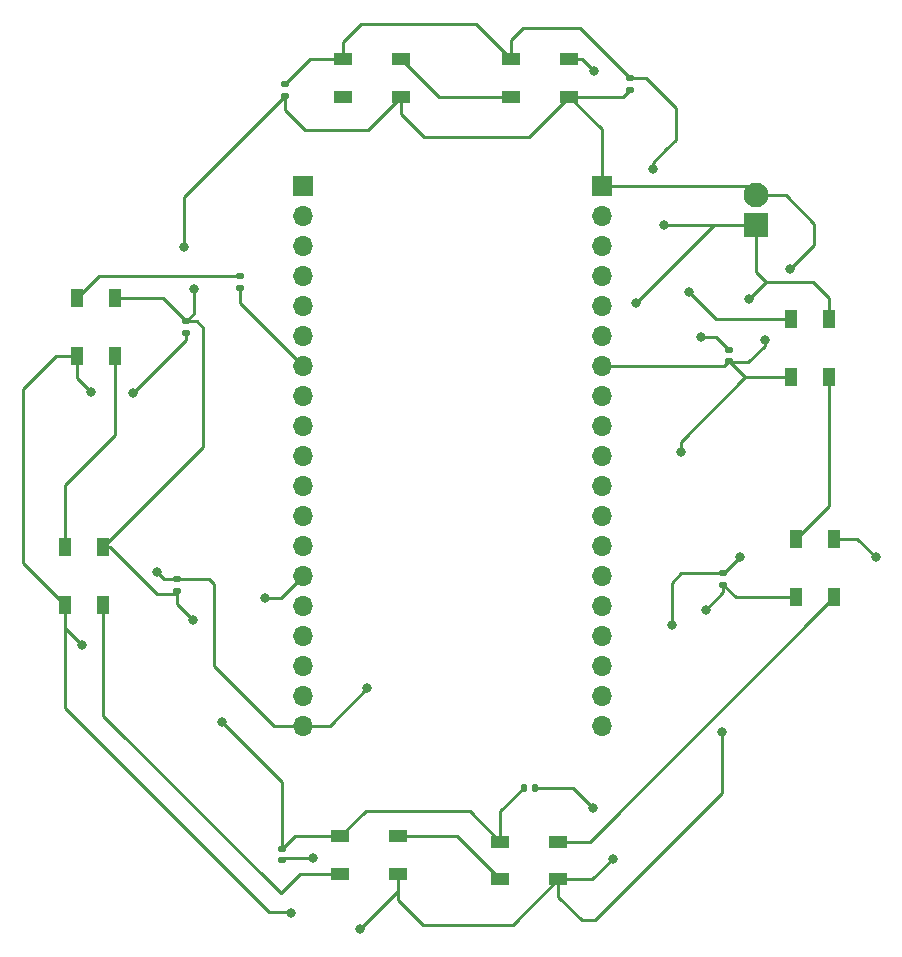
<source format=gtl>
G04 #@! TF.GenerationSoftware,KiCad,Pcbnew,(6.0.8-1)-1*
G04 #@! TF.CreationDate,2023-08-07T08:14:13+01:00*
G04 #@! TF.ProjectId,LED LAMP,4c454420-4c41-44d5-902e-6b696361645f,rev?*
G04 #@! TF.SameCoordinates,Original*
G04 #@! TF.FileFunction,Copper,L1,Top*
G04 #@! TF.FilePolarity,Positive*
%FSLAX46Y46*%
G04 Gerber Fmt 4.6, Leading zero omitted, Abs format (unit mm)*
G04 Created by KiCad (PCBNEW (6.0.8-1)-1) date 2023-08-07 08:14:13*
%MOMM*%
%LPD*%
G01*
G04 APERTURE LIST*
G04 Aperture macros list*
%AMRoundRect*
0 Rectangle with rounded corners*
0 $1 Rounding radius*
0 $2 $3 $4 $5 $6 $7 $8 $9 X,Y pos of 4 corners*
0 Add a 4 corners polygon primitive as box body*
4,1,4,$2,$3,$4,$5,$6,$7,$8,$9,$2,$3,0*
0 Add four circle primitives for the rounded corners*
1,1,$1+$1,$2,$3*
1,1,$1+$1,$4,$5*
1,1,$1+$1,$6,$7*
1,1,$1+$1,$8,$9*
0 Add four rect primitives between the rounded corners*
20,1,$1+$1,$2,$3,$4,$5,0*
20,1,$1+$1,$4,$5,$6,$7,0*
20,1,$1+$1,$6,$7,$8,$9,0*
20,1,$1+$1,$8,$9,$2,$3,0*%
G04 Aperture macros list end*
G04 #@! TA.AperFunction,SMDPad,CuDef*
%ADD10R,1.500000X1.000000*%
G04 #@! TD*
G04 #@! TA.AperFunction,ComponentPad*
%ADD11R,1.700000X1.700000*%
G04 #@! TD*
G04 #@! TA.AperFunction,ComponentPad*
%ADD12O,1.700000X1.700000*%
G04 #@! TD*
G04 #@! TA.AperFunction,SMDPad,CuDef*
%ADD13RoundRect,0.140000X0.170000X-0.140000X0.170000X0.140000X-0.170000X0.140000X-0.170000X-0.140000X0*%
G04 #@! TD*
G04 #@! TA.AperFunction,SMDPad,CuDef*
%ADD14RoundRect,0.140000X0.140000X0.170000X-0.140000X0.170000X-0.140000X-0.170000X0.140000X-0.170000X0*%
G04 #@! TD*
G04 #@! TA.AperFunction,SMDPad,CuDef*
%ADD15RoundRect,0.140000X-0.170000X0.140000X-0.170000X-0.140000X0.170000X-0.140000X0.170000X0.140000X0*%
G04 #@! TD*
G04 #@! TA.AperFunction,ComponentPad*
%ADD16R,2.100000X2.100000*%
G04 #@! TD*
G04 #@! TA.AperFunction,ComponentPad*
%ADD17C,2.100000*%
G04 #@! TD*
G04 #@! TA.AperFunction,SMDPad,CuDef*
%ADD18RoundRect,0.135000X0.185000X-0.135000X0.185000X0.135000X-0.185000X0.135000X-0.185000X-0.135000X0*%
G04 #@! TD*
G04 #@! TA.AperFunction,SMDPad,CuDef*
%ADD19R,1.000000X1.500000*%
G04 #@! TD*
G04 #@! TA.AperFunction,ViaPad*
%ADD20C,0.800000*%
G04 #@! TD*
G04 #@! TA.AperFunction,Conductor*
%ADD21C,0.254000*%
G04 #@! TD*
G04 APERTURE END LIST*
D10*
X209968000Y-21412000D03*
X209968000Y-18212000D03*
X205068000Y-18212000D03*
X205068000Y-21412000D03*
D11*
X226942200Y-28949200D03*
D12*
X226942200Y-31489200D03*
X226942200Y-34029200D03*
X226942200Y-36569200D03*
X226942200Y-39109200D03*
X226942200Y-41649200D03*
X226942200Y-44189200D03*
X226942200Y-46729200D03*
X226942200Y-49269200D03*
X226942200Y-51809200D03*
X226942200Y-54349200D03*
X226942200Y-56889200D03*
X226942200Y-59429200D03*
X226942200Y-61969200D03*
X226942200Y-64509200D03*
X226942200Y-67049200D03*
X226942200Y-69589200D03*
X226942200Y-72129200D03*
X226942200Y-74669200D03*
D13*
X191770000Y-41374000D03*
X191770000Y-40414000D03*
D14*
X221330400Y-79908400D03*
X220370400Y-79908400D03*
D15*
X237236000Y-61750000D03*
X237236000Y-62710000D03*
X200152000Y-20348000D03*
X200152000Y-21308000D03*
D16*
X240030000Y-32258000D03*
D17*
X240030000Y-29718000D03*
D18*
X196342000Y-37594000D03*
X196342000Y-36574000D03*
D15*
X237744000Y-42801600D03*
X237744000Y-43761600D03*
D13*
X199898000Y-86050000D03*
X199898000Y-85090000D03*
D10*
X218377600Y-84455200D03*
X218377600Y-87655200D03*
X223277600Y-87655200D03*
X223277600Y-84455200D03*
D19*
X184734000Y-59526000D03*
X181534000Y-59526000D03*
X181534000Y-64426000D03*
X184734000Y-64426000D03*
X243002000Y-45122000D03*
X246202000Y-45122000D03*
X246202000Y-40222000D03*
X243002000Y-40222000D03*
D11*
X201676000Y-28956000D03*
D12*
X201676000Y-31496000D03*
X201676000Y-34036000D03*
X201676000Y-36576000D03*
X201676000Y-39116000D03*
X201676000Y-41656000D03*
X201676000Y-44196000D03*
X201676000Y-46736000D03*
X201676000Y-49276000D03*
X201676000Y-51816000D03*
X201676000Y-54356000D03*
X201676000Y-56896000D03*
X201676000Y-59436000D03*
X201676000Y-61976000D03*
X201676000Y-64516000D03*
X201676000Y-67056000D03*
X201676000Y-69596000D03*
X201676000Y-72136000D03*
X201676000Y-74676000D03*
D15*
X229362000Y-19840000D03*
X229362000Y-20800000D03*
D19*
X243408400Y-63765600D03*
X246608400Y-63765600D03*
X246608400Y-58865600D03*
X243408400Y-58865600D03*
D15*
X191008000Y-62258000D03*
X191008000Y-63218000D03*
D19*
X185750000Y-38444000D03*
X182550000Y-38444000D03*
X182550000Y-43344000D03*
X185750000Y-43344000D03*
D10*
X204814000Y-83998000D03*
X204814000Y-87198000D03*
X209714000Y-87198000D03*
X209714000Y-83998000D03*
X224192000Y-21412000D03*
X224192000Y-18212000D03*
X219292000Y-18212000D03*
X219292000Y-21412000D03*
D20*
X182981600Y-67818000D03*
X207111600Y-71475600D03*
X200609200Y-90474800D03*
X235356400Y-41706800D03*
X183743600Y-46431200D03*
X250139200Y-60401200D03*
X226212400Y-81584800D03*
X232206800Y-32258000D03*
X187299600Y-46482000D03*
X202539600Y-85852000D03*
X227888800Y-85902800D03*
X206451200Y-91897200D03*
X189280800Y-61620400D03*
X231292400Y-27533600D03*
X229819200Y-38862000D03*
X237134400Y-75184000D03*
X238658400Y-60401200D03*
X232918000Y-66141600D03*
X239420400Y-38506400D03*
X191617600Y-34137600D03*
X192379600Y-65684400D03*
X194767200Y-74320400D03*
X198475600Y-63855600D03*
X235762800Y-64820800D03*
X192430400Y-37693600D03*
X242925600Y-35966400D03*
X240741200Y-41960800D03*
X233629200Y-51511200D03*
X234340400Y-37947600D03*
X226314000Y-19253200D03*
D21*
X250139200Y-60401200D02*
X248603600Y-58865600D01*
X182550000Y-45237600D02*
X182550000Y-43344000D01*
X205068000Y-16775600D02*
X206603600Y-15240000D01*
X181534000Y-64426000D02*
X181534000Y-73177600D01*
X191008000Y-62258000D02*
X189918400Y-62258000D01*
X219442000Y-91490800D02*
X223277600Y-87655200D01*
X240030000Y-36271200D02*
X240030000Y-32258000D01*
X205068000Y-18212000D02*
X205068000Y-16775600D01*
X230710800Y-19840000D02*
X233222800Y-22352000D01*
X194106800Y-62687200D02*
X193677600Y-62258000D01*
X191770000Y-41374000D02*
X191770000Y-42011600D01*
X236423200Y-32258000D02*
X229819200Y-38862000D01*
X200096000Y-85852000D02*
X202539600Y-85852000D01*
X206451200Y-91897200D02*
X209714000Y-88634400D01*
X209714000Y-88634400D02*
X209714000Y-87198000D01*
X226136400Y-87655200D02*
X223277600Y-87655200D01*
X232918000Y-62534800D02*
X233702800Y-61750000D01*
X225247200Y-91135200D02*
X226364800Y-91135200D01*
X240030000Y-32258000D02*
X236423200Y-32258000D01*
X244856000Y-37084000D02*
X240842800Y-37084000D01*
X183743600Y-46431200D02*
X182550000Y-45237600D01*
X223277600Y-87655200D02*
X223277600Y-89165600D01*
X193677600Y-62258000D02*
X191008000Y-62258000D01*
X229362000Y-19840000D02*
X230710800Y-19840000D01*
X236649200Y-41706800D02*
X237744000Y-42801600D01*
X225117600Y-15595600D02*
X229362000Y-19840000D01*
X232206800Y-32258000D02*
X236423200Y-32258000D01*
X246202000Y-40222000D02*
X246202000Y-38430000D01*
X240842800Y-37084000D02*
X239420400Y-38506400D01*
X182550000Y-43344000D02*
X180734800Y-43344000D01*
X235356400Y-41706800D02*
X236649200Y-41706800D01*
X227888800Y-85902800D02*
X226136400Y-87655200D01*
X248603600Y-58865600D02*
X246608400Y-58865600D01*
X189918400Y-62258000D02*
X189280800Y-61620400D01*
X177952400Y-60844400D02*
X181534000Y-64426000D01*
X233222800Y-22352000D02*
X233222800Y-25044400D01*
X206603600Y-15240000D02*
X216320000Y-15240000D01*
X203911200Y-74676000D02*
X201676000Y-74676000D01*
X177952400Y-46126400D02*
X177952400Y-60844400D01*
X181534000Y-66370400D02*
X181534000Y-64426000D01*
X237236000Y-61750000D02*
X237309600Y-61750000D01*
X220268800Y-15595600D02*
X225117600Y-15595600D01*
X226364800Y-91135200D02*
X228396800Y-89103200D01*
X231292400Y-26974800D02*
X231292400Y-27533600D01*
X228396800Y-89103200D02*
X237134400Y-80365600D01*
X237134400Y-80365600D02*
X237134400Y-75184000D01*
X209714000Y-87198000D02*
X209714000Y-89368800D01*
X199186800Y-74676000D02*
X194106800Y-69596000D01*
X211836000Y-91490800D02*
X219442000Y-91490800D01*
X205068000Y-18212000D02*
X202288000Y-18212000D01*
X182981600Y-67818000D02*
X181534000Y-66370400D01*
X224536000Y-79908400D02*
X226212400Y-81584800D01*
X202288000Y-18212000D02*
X200152000Y-20348000D01*
X219292000Y-16572400D02*
X220268800Y-15595600D01*
X237309600Y-61750000D02*
X238658400Y-60401200D01*
X181534000Y-73177600D02*
X198780400Y-90424000D01*
X201676000Y-74676000D02*
X199186800Y-74676000D01*
X180734800Y-43344000D02*
X177952400Y-46126400D01*
X232918000Y-66141600D02*
X232918000Y-62534800D01*
X240842800Y-37084000D02*
X240030000Y-36271200D01*
X246202000Y-38430000D02*
X244856000Y-37084000D01*
X233702800Y-61750000D02*
X237236000Y-61750000D01*
X191770000Y-42011600D02*
X187299600Y-46482000D01*
X207111600Y-71475600D02*
X203911200Y-74676000D01*
X194106800Y-69596000D02*
X194106800Y-62687200D01*
X200558400Y-90424000D02*
X200609200Y-90474800D01*
X233222800Y-25044400D02*
X232410000Y-25857200D01*
X198780400Y-90424000D02*
X200558400Y-90424000D01*
X221330400Y-79908400D02*
X224536000Y-79908400D01*
X223277600Y-89165600D02*
X225247200Y-91135200D01*
X209714000Y-89368800D02*
X211836000Y-91490800D01*
X216320000Y-15240000D02*
X219292000Y-18212000D01*
X199898000Y-86050000D02*
X200096000Y-85852000D01*
X219292000Y-18212000D02*
X219292000Y-16572400D01*
X232410000Y-25857200D02*
X231292400Y-26974800D01*
X190726000Y-63500000D02*
X191008000Y-63218000D01*
X237873600Y-43891200D02*
X237744000Y-43761600D01*
X240741200Y-42519600D02*
X239369600Y-43891200D01*
X191617600Y-29842400D02*
X191617600Y-34137600D01*
X192661600Y-40414000D02*
X193192400Y-40944800D01*
X200152000Y-22504400D02*
X201828400Y-24180800D01*
X211937600Y-24790400D02*
X220813600Y-24790400D01*
X242519200Y-29718000D02*
X244957600Y-32156400D01*
X207199200Y-24180800D02*
X209968000Y-21412000D01*
X237236000Y-63347600D02*
X235762800Y-64820800D01*
X192430400Y-39753600D02*
X191770000Y-40414000D01*
X189331600Y-63500000D02*
X190726000Y-63500000D01*
X237744000Y-43761600D02*
X237316400Y-44189200D01*
X191008000Y-63218000D02*
X191008000Y-64312800D01*
X244957600Y-32156400D02*
X244957600Y-33934400D01*
X220813600Y-24790400D02*
X224192000Y-21412000D01*
X209968000Y-21412000D02*
X209968000Y-22820800D01*
X233629200Y-50597200D02*
X239104400Y-45122000D01*
X237236000Y-62710000D02*
X237236000Y-63347600D01*
X192430400Y-37693600D02*
X192430400Y-39753600D01*
X184734000Y-59526000D02*
X185357600Y-59526000D01*
X244957600Y-33934400D02*
X242925600Y-35966400D01*
X185357600Y-59526000D02*
X189331600Y-63500000D01*
X189800000Y-38444000D02*
X191770000Y-40414000D01*
X218377600Y-81901200D02*
X218377600Y-84455200D01*
X226942200Y-28949200D02*
X239261200Y-28949200D01*
X215761200Y-81838800D02*
X218377600Y-84455200D01*
X240030000Y-29718000D02*
X242519200Y-29718000D01*
X209968000Y-22820800D02*
X211937600Y-24790400D01*
X243408400Y-63765600D02*
X238291600Y-63765600D01*
X238291600Y-63765600D02*
X237236000Y-62710000D01*
X220370400Y-79908400D02*
X218377600Y-81901200D01*
X200152000Y-21308000D02*
X191617600Y-29842400D01*
X243002000Y-45122000D02*
X239104400Y-45122000D01*
X228750000Y-21412000D02*
X229362000Y-20800000D01*
X185750000Y-38444000D02*
X189800000Y-38444000D01*
X224192000Y-21412000D02*
X228750000Y-21412000D01*
X200152000Y-21308000D02*
X200152000Y-22504400D01*
X233629200Y-51511200D02*
X233629200Y-50597200D01*
X199898000Y-85090000D02*
X200990000Y-83998000D01*
X198475600Y-63855600D02*
X199796400Y-63855600D01*
X206973200Y-81838800D02*
X215761200Y-81838800D01*
X200990000Y-83998000D02*
X204814000Y-83998000D01*
X201828400Y-24180800D02*
X207199200Y-24180800D01*
X191008000Y-64312800D02*
X192379600Y-65684400D01*
X239104400Y-45122000D02*
X237744000Y-43761600D01*
X199796400Y-63855600D02*
X201676000Y-61976000D01*
X193192400Y-40944800D02*
X193192400Y-51067600D01*
X226942200Y-28949200D02*
X226942200Y-24162200D01*
X239369600Y-43891200D02*
X237873600Y-43891200D01*
X237316400Y-44189200D02*
X226942200Y-44189200D01*
X199898000Y-79451200D02*
X194767200Y-74320400D01*
X226942200Y-24162200D02*
X224192000Y-21412000D01*
X199898000Y-85090000D02*
X199898000Y-79451200D01*
X240741200Y-41960800D02*
X240741200Y-42519600D01*
X193192400Y-51067600D02*
X184734000Y-59526000D01*
X239261200Y-28949200D02*
X240030000Y-29718000D01*
X191770000Y-40414000D02*
X192661600Y-40414000D01*
X204814000Y-83998000D02*
X206973200Y-81838800D01*
X236614800Y-40222000D02*
X243002000Y-40222000D01*
X234340400Y-37947600D02*
X236614800Y-40222000D01*
X225272800Y-18212000D02*
X226314000Y-19253200D01*
X224192000Y-18212000D02*
X225272800Y-18212000D01*
X213168000Y-21412000D02*
X209968000Y-18212000D01*
X219292000Y-21412000D02*
X213168000Y-21412000D01*
X181534000Y-54228800D02*
X181534000Y-59526000D01*
X185750000Y-50012800D02*
X181534000Y-54228800D01*
X185750000Y-43344000D02*
X185750000Y-50012800D01*
X184734000Y-73786800D02*
X199796400Y-88849200D01*
X184734000Y-64426000D02*
X184734000Y-73786800D01*
X199796400Y-88849200D02*
X201447600Y-87198000D01*
X201447600Y-87198000D02*
X204814000Y-87198000D01*
X246227600Y-55118000D02*
X246202000Y-55092400D01*
X246227600Y-56046400D02*
X246227600Y-55118000D01*
X246202000Y-55092400D02*
X246202000Y-45122000D01*
X243408400Y-58865600D02*
X246227600Y-56046400D01*
X214720400Y-83998000D02*
X218377600Y-87655200D01*
X209714000Y-83998000D02*
X214720400Y-83998000D01*
X225918800Y-84455200D02*
X246608400Y-63765600D01*
X223277600Y-84455200D02*
X225918800Y-84455200D01*
X196342000Y-37594000D02*
X196342000Y-38862000D01*
X196342000Y-38862000D02*
X201676000Y-44196000D01*
X196342000Y-36574000D02*
X184420000Y-36574000D01*
X184420000Y-36574000D02*
X182550000Y-38444000D01*
M02*

</source>
